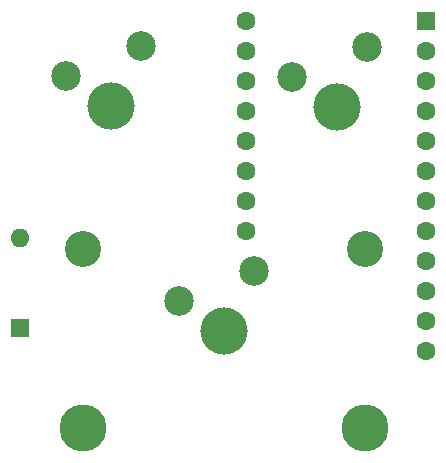
<source format=gts>
%TF.GenerationSoftware,KiCad,Pcbnew,(6.0.8)*%
%TF.CreationDate,2024-06-02T21:29:15+02:00*%
%TF.ProjectId,micropad,6d696372-6f70-4616-942e-6b696361645f,rev?*%
%TF.SameCoordinates,Original*%
%TF.FileFunction,Soldermask,Top*%
%TF.FilePolarity,Negative*%
%FSLAX46Y46*%
G04 Gerber Fmt 4.6, Leading zero omitted, Abs format (unit mm)*
G04 Created by KiCad (PCBNEW (6.0.8)) date 2024-06-02 21:29:15*
%MOMM*%
%LPD*%
G01*
G04 APERTURE LIST*
%ADD10R,1.600000X1.600000*%
%ADD11C,1.600000*%
%ADD12C,3.048000*%
%ADD13C,3.987800*%
%ADD14C,4.000000*%
%ADD15C,2.500000*%
%ADD16O,1.600000X1.600000*%
G04 APERTURE END LIST*
D10*
X75670000Y-49850000D03*
D11*
X75670000Y-52390000D03*
X75670000Y-54930000D03*
X75670000Y-57470000D03*
X75670000Y-60010000D03*
X75670000Y-62550000D03*
X75670000Y-65090000D03*
X75670000Y-67630000D03*
X75670000Y-70170000D03*
X75670000Y-72710000D03*
X75670000Y-75250000D03*
X75670000Y-77790000D03*
X60430000Y-67630000D03*
X60430000Y-65090000D03*
X60430000Y-62550000D03*
X60430000Y-60010000D03*
X60430000Y-57470000D03*
X60430000Y-54930000D03*
X60430000Y-52390000D03*
X60430000Y-49850000D03*
D12*
X46592000Y-69160050D03*
X70468000Y-69160050D03*
D13*
X46592000Y-84370050D03*
X70468000Y-84370050D03*
D14*
X58550000Y-76160000D03*
D15*
X61090000Y-71080000D03*
X54740000Y-73620000D03*
D16*
X41270000Y-68260000D03*
D10*
X41270000Y-75880000D03*
D15*
X64250000Y-54600000D03*
X70600000Y-52060000D03*
D14*
X68060000Y-57140000D03*
X48990000Y-57100000D03*
D15*
X51530000Y-52020000D03*
X45180000Y-54560000D03*
M02*

</source>
